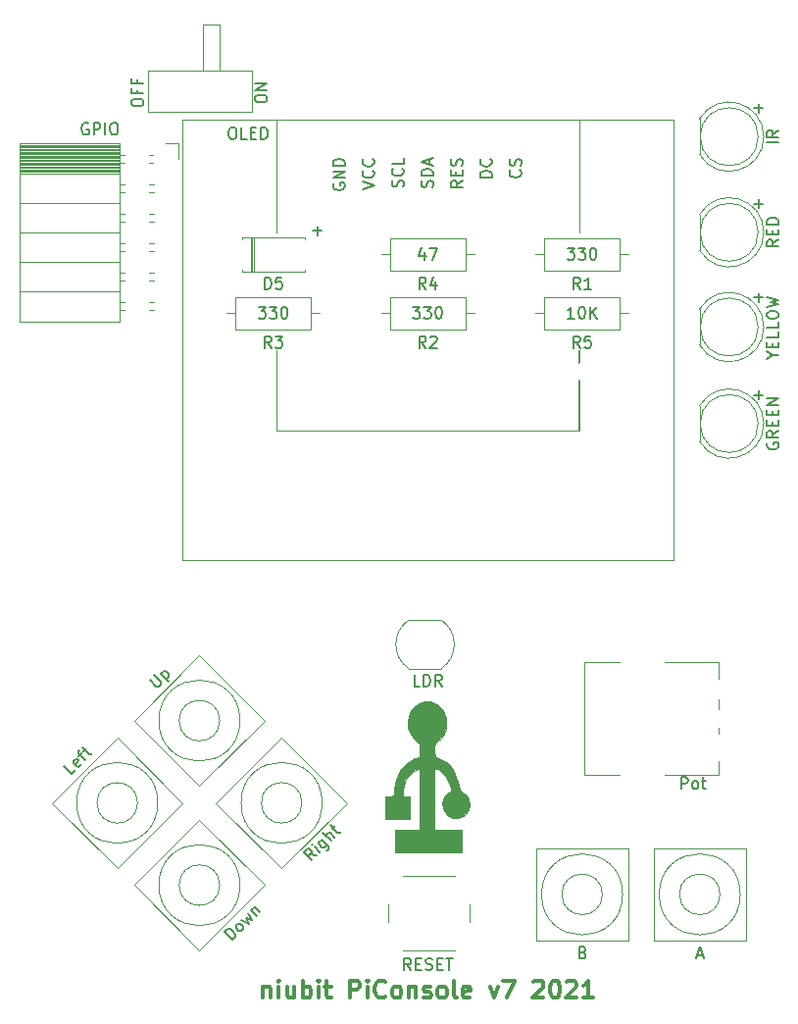
<source format=gto>
G04 #@! TF.GenerationSoftware,KiCad,Pcbnew,6.0.0-d3dd2cf0fa~116~ubuntu20.04.1*
G04 #@! TF.CreationDate,2022-01-19T10:19:56+01:00*
G04 #@! TF.ProjectId,piconsole,7069636f-6e73-46f6-9c65-2e6b69636164,rev?*
G04 #@! TF.SameCoordinates,Original*
G04 #@! TF.FileFunction,Legend,Top*
G04 #@! TF.FilePolarity,Positive*
%FSLAX46Y46*%
G04 Gerber Fmt 4.6, Leading zero omitted, Abs format (unit mm)*
G04 Created by KiCad (PCBNEW 6.0.0-d3dd2cf0fa~116~ubuntu20.04.1) date 2022-01-19 10:19:56*
%MOMM*%
%LPD*%
G01*
G04 APERTURE LIST*
%ADD10C,0.120000*%
%ADD11C,0.150000*%
%ADD12C,0.300000*%
%ADD13C,0.010000*%
%ADD14C,1.600000*%
%ADD15O,1.600000X1.600000*%
%ADD16C,2.100000*%
%ADD17R,1.700000X1.700000*%
%ADD18C,1.700000*%
%ADD19R,1.800000X1.800000*%
%ADD20C,1.800000*%
%ADD21R,1.600000X1.600000*%
%ADD22C,1.524000*%
%ADD23O,3.740000X2.720000*%
%ADD24C,2.000000*%
%ADD25R,2.200000X2.200000*%
%ADD26O,2.200000X2.200000*%
%ADD27O,1.700000X1.700000*%
%ADD28R,1.624000X1.624000*%
%ADD29C,1.624000*%
%ADD30C,3.100000*%
G04 APERTURE END LIST*
D10*
X117729000Y-88900000D02*
X143891000Y-88900000D01*
D11*
X143891000Y-81915000D02*
X143891000Y-88900000D01*
D10*
X143891000Y-71755000D02*
X143891000Y-62103000D01*
X117729000Y-62103000D02*
X117729000Y-71755000D01*
X117729000Y-88900000D02*
X117729000Y-81915000D01*
D11*
X159004047Y-61031428D02*
X159765952Y-61031428D01*
X159385000Y-61412380D02*
X159385000Y-60650476D01*
X159004047Y-69286428D02*
X159765952Y-69286428D01*
X159385000Y-69667380D02*
X159385000Y-68905476D01*
X159004047Y-77366428D02*
X159765952Y-77366428D01*
X159385000Y-77747380D02*
X159385000Y-76985476D01*
X159004047Y-85796428D02*
X159765952Y-85796428D01*
X159385000Y-86177380D02*
X159385000Y-85415476D01*
D12*
X116595714Y-136838571D02*
X116595714Y-137838571D01*
X116595714Y-136981428D02*
X116667142Y-136910000D01*
X116809999Y-136838571D01*
X117024285Y-136838571D01*
X117167142Y-136910000D01*
X117238571Y-137052857D01*
X117238571Y-137838571D01*
X117952857Y-137838571D02*
X117952857Y-136838571D01*
X117952857Y-136338571D02*
X117881428Y-136410000D01*
X117952857Y-136481428D01*
X118024285Y-136410000D01*
X117952857Y-136338571D01*
X117952857Y-136481428D01*
X119309999Y-136838571D02*
X119309999Y-137838571D01*
X118667142Y-136838571D02*
X118667142Y-137624285D01*
X118738571Y-137767142D01*
X118881428Y-137838571D01*
X119095714Y-137838571D01*
X119238571Y-137767142D01*
X119309999Y-137695714D01*
X120024285Y-137838571D02*
X120024285Y-136338571D01*
X120024285Y-136910000D02*
X120167142Y-136838571D01*
X120452857Y-136838571D01*
X120595714Y-136910000D01*
X120667142Y-136981428D01*
X120738571Y-137124285D01*
X120738571Y-137552857D01*
X120667142Y-137695714D01*
X120595714Y-137767142D01*
X120452857Y-137838571D01*
X120167142Y-137838571D01*
X120024285Y-137767142D01*
X121381428Y-137838571D02*
X121381428Y-136838571D01*
X121381428Y-136338571D02*
X121309999Y-136410000D01*
X121381428Y-136481428D01*
X121452857Y-136410000D01*
X121381428Y-136338571D01*
X121381428Y-136481428D01*
X121881428Y-136838571D02*
X122452857Y-136838571D01*
X122095714Y-136338571D02*
X122095714Y-137624285D01*
X122167142Y-137767142D01*
X122309999Y-137838571D01*
X122452857Y-137838571D01*
X124095714Y-137838571D02*
X124095714Y-136338571D01*
X124667142Y-136338571D01*
X124809999Y-136410000D01*
X124881428Y-136481428D01*
X124952857Y-136624285D01*
X124952857Y-136838571D01*
X124881428Y-136981428D01*
X124809999Y-137052857D01*
X124667142Y-137124285D01*
X124095714Y-137124285D01*
X125595714Y-137838571D02*
X125595714Y-136838571D01*
X125595714Y-136338571D02*
X125524285Y-136410000D01*
X125595714Y-136481428D01*
X125667142Y-136410000D01*
X125595714Y-136338571D01*
X125595714Y-136481428D01*
X127167142Y-137695714D02*
X127095714Y-137767142D01*
X126881428Y-137838571D01*
X126738571Y-137838571D01*
X126524285Y-137767142D01*
X126381428Y-137624285D01*
X126309999Y-137481428D01*
X126238571Y-137195714D01*
X126238571Y-136981428D01*
X126309999Y-136695714D01*
X126381428Y-136552857D01*
X126524285Y-136410000D01*
X126738571Y-136338571D01*
X126881428Y-136338571D01*
X127095714Y-136410000D01*
X127167142Y-136481428D01*
X128024285Y-137838571D02*
X127881428Y-137767142D01*
X127809999Y-137695714D01*
X127738571Y-137552857D01*
X127738571Y-137124285D01*
X127809999Y-136981428D01*
X127881428Y-136910000D01*
X128024285Y-136838571D01*
X128238571Y-136838571D01*
X128381428Y-136910000D01*
X128452857Y-136981428D01*
X128524285Y-137124285D01*
X128524285Y-137552857D01*
X128452857Y-137695714D01*
X128381428Y-137767142D01*
X128238571Y-137838571D01*
X128024285Y-137838571D01*
X129167142Y-136838571D02*
X129167142Y-137838571D01*
X129167142Y-136981428D02*
X129238571Y-136910000D01*
X129381428Y-136838571D01*
X129595714Y-136838571D01*
X129738571Y-136910000D01*
X129809999Y-137052857D01*
X129809999Y-137838571D01*
X130452857Y-137767142D02*
X130595714Y-137838571D01*
X130881428Y-137838571D01*
X131024285Y-137767142D01*
X131095714Y-137624285D01*
X131095714Y-137552857D01*
X131024285Y-137410000D01*
X130881428Y-137338571D01*
X130667142Y-137338571D01*
X130524285Y-137267142D01*
X130452857Y-137124285D01*
X130452857Y-137052857D01*
X130524285Y-136910000D01*
X130667142Y-136838571D01*
X130881428Y-136838571D01*
X131024285Y-136910000D01*
X131952857Y-137838571D02*
X131809999Y-137767142D01*
X131738571Y-137695714D01*
X131667142Y-137552857D01*
X131667142Y-137124285D01*
X131738571Y-136981428D01*
X131809999Y-136910000D01*
X131952857Y-136838571D01*
X132167142Y-136838571D01*
X132309999Y-136910000D01*
X132381428Y-136981428D01*
X132452857Y-137124285D01*
X132452857Y-137552857D01*
X132381428Y-137695714D01*
X132309999Y-137767142D01*
X132167142Y-137838571D01*
X131952857Y-137838571D01*
X133309999Y-137838571D02*
X133167142Y-137767142D01*
X133095714Y-137624285D01*
X133095714Y-136338571D01*
X134452857Y-137767142D02*
X134310000Y-137838571D01*
X134024285Y-137838571D01*
X133881428Y-137767142D01*
X133809999Y-137624285D01*
X133809999Y-137052857D01*
X133881428Y-136910000D01*
X134024285Y-136838571D01*
X134310000Y-136838571D01*
X134452857Y-136910000D01*
X134524285Y-137052857D01*
X134524285Y-137195714D01*
X133809999Y-137338571D01*
X136167142Y-136838571D02*
X136524285Y-137838571D01*
X136881428Y-136838571D01*
X137310000Y-136338571D02*
X138310000Y-136338571D01*
X137667142Y-137838571D01*
X139952857Y-136481428D02*
X140024285Y-136410000D01*
X140167142Y-136338571D01*
X140524285Y-136338571D01*
X140667142Y-136410000D01*
X140738571Y-136481428D01*
X140810000Y-136624285D01*
X140810000Y-136767142D01*
X140738571Y-136981428D01*
X139881428Y-137838571D01*
X140810000Y-137838571D01*
X141738571Y-136338571D02*
X141881428Y-136338571D01*
X142024285Y-136410000D01*
X142095714Y-136481428D01*
X142167142Y-136624285D01*
X142238571Y-136910000D01*
X142238571Y-137267142D01*
X142167142Y-137552857D01*
X142095714Y-137695714D01*
X142024285Y-137767142D01*
X141881428Y-137838571D01*
X141738571Y-137838571D01*
X141595714Y-137767142D01*
X141524285Y-137695714D01*
X141452857Y-137552857D01*
X141381428Y-137267142D01*
X141381428Y-136910000D01*
X141452857Y-136624285D01*
X141524285Y-136481428D01*
X141595714Y-136410000D01*
X141738571Y-136338571D01*
X142810000Y-136481428D02*
X142881428Y-136410000D01*
X143024285Y-136338571D01*
X143381428Y-136338571D01*
X143524285Y-136410000D01*
X143595714Y-136481428D01*
X143667142Y-136624285D01*
X143667142Y-136767142D01*
X143595714Y-136981428D01*
X142738571Y-137838571D01*
X143667142Y-137838571D01*
X145095714Y-137838571D02*
X144238571Y-137838571D01*
X144667142Y-137838571D02*
X144667142Y-136338571D01*
X144524285Y-136552857D01*
X144381428Y-136695714D01*
X144238571Y-136767142D01*
D11*
X130643333Y-81732380D02*
X130310000Y-81256190D01*
X130071904Y-81732380D02*
X130071904Y-80732380D01*
X130452857Y-80732380D01*
X130548095Y-80780000D01*
X130595714Y-80827619D01*
X130643333Y-80922857D01*
X130643333Y-81065714D01*
X130595714Y-81160952D01*
X130548095Y-81208571D01*
X130452857Y-81256190D01*
X130071904Y-81256190D01*
X131024285Y-80827619D02*
X131071904Y-80780000D01*
X131167142Y-80732380D01*
X131405238Y-80732380D01*
X131500476Y-80780000D01*
X131548095Y-80827619D01*
X131595714Y-80922857D01*
X131595714Y-81018095D01*
X131548095Y-81160952D01*
X130976666Y-81732380D01*
X131595714Y-81732380D01*
X129524285Y-78192380D02*
X130143333Y-78192380D01*
X129810000Y-78573333D01*
X129952857Y-78573333D01*
X130048095Y-78620952D01*
X130095714Y-78668571D01*
X130143333Y-78763809D01*
X130143333Y-79001904D01*
X130095714Y-79097142D01*
X130048095Y-79144761D01*
X129952857Y-79192380D01*
X129667142Y-79192380D01*
X129571904Y-79144761D01*
X129524285Y-79097142D01*
X130476666Y-78192380D02*
X131095714Y-78192380D01*
X130762380Y-78573333D01*
X130905238Y-78573333D01*
X131000476Y-78620952D01*
X131048095Y-78668571D01*
X131095714Y-78763809D01*
X131095714Y-79001904D01*
X131048095Y-79097142D01*
X131000476Y-79144761D01*
X130905238Y-79192380D01*
X130619523Y-79192380D01*
X130524285Y-79144761D01*
X130476666Y-79097142D01*
X131714761Y-78192380D02*
X131810000Y-78192380D01*
X131905238Y-78240000D01*
X131952857Y-78287619D01*
X132000476Y-78382857D01*
X132048095Y-78573333D01*
X132048095Y-78811428D01*
X132000476Y-79001904D01*
X131952857Y-79097142D01*
X131905238Y-79144761D01*
X131810000Y-79192380D01*
X131714761Y-79192380D01*
X131619523Y-79144761D01*
X131571904Y-79097142D01*
X131524285Y-79001904D01*
X131476666Y-78811428D01*
X131476666Y-78573333D01*
X131524285Y-78382857D01*
X131571904Y-78287619D01*
X131619523Y-78240000D01*
X131714761Y-78192380D01*
X117308333Y-81732380D02*
X116975000Y-81256190D01*
X116736904Y-81732380D02*
X116736904Y-80732380D01*
X117117857Y-80732380D01*
X117213095Y-80780000D01*
X117260714Y-80827619D01*
X117308333Y-80922857D01*
X117308333Y-81065714D01*
X117260714Y-81160952D01*
X117213095Y-81208571D01*
X117117857Y-81256190D01*
X116736904Y-81256190D01*
X117641666Y-80732380D02*
X118260714Y-80732380D01*
X117927380Y-81113333D01*
X118070238Y-81113333D01*
X118165476Y-81160952D01*
X118213095Y-81208571D01*
X118260714Y-81303809D01*
X118260714Y-81541904D01*
X118213095Y-81637142D01*
X118165476Y-81684761D01*
X118070238Y-81732380D01*
X117784523Y-81732380D01*
X117689285Y-81684761D01*
X117641666Y-81637142D01*
X116189285Y-78192380D02*
X116808333Y-78192380D01*
X116475000Y-78573333D01*
X116617857Y-78573333D01*
X116713095Y-78620952D01*
X116760714Y-78668571D01*
X116808333Y-78763809D01*
X116808333Y-79001904D01*
X116760714Y-79097142D01*
X116713095Y-79144761D01*
X116617857Y-79192380D01*
X116332142Y-79192380D01*
X116236904Y-79144761D01*
X116189285Y-79097142D01*
X117141666Y-78192380D02*
X117760714Y-78192380D01*
X117427380Y-78573333D01*
X117570238Y-78573333D01*
X117665476Y-78620952D01*
X117713095Y-78668571D01*
X117760714Y-78763809D01*
X117760714Y-79001904D01*
X117713095Y-79097142D01*
X117665476Y-79144761D01*
X117570238Y-79192380D01*
X117284523Y-79192380D01*
X117189285Y-79144761D01*
X117141666Y-79097142D01*
X118379761Y-78192380D02*
X118475000Y-78192380D01*
X118570238Y-78240000D01*
X118617857Y-78287619D01*
X118665476Y-78382857D01*
X118713095Y-78573333D01*
X118713095Y-78811428D01*
X118665476Y-79001904D01*
X118617857Y-79097142D01*
X118570238Y-79144761D01*
X118475000Y-79192380D01*
X118379761Y-79192380D01*
X118284523Y-79144761D01*
X118236904Y-79097142D01*
X118189285Y-79001904D01*
X118141666Y-78811428D01*
X118141666Y-78573333D01*
X118189285Y-78382857D01*
X118236904Y-78287619D01*
X118284523Y-78240000D01*
X118379761Y-78192380D01*
X143978333Y-81732380D02*
X143645000Y-81256190D01*
X143406904Y-81732380D02*
X143406904Y-80732380D01*
X143787857Y-80732380D01*
X143883095Y-80780000D01*
X143930714Y-80827619D01*
X143978333Y-80922857D01*
X143978333Y-81065714D01*
X143930714Y-81160952D01*
X143883095Y-81208571D01*
X143787857Y-81256190D01*
X143406904Y-81256190D01*
X144883095Y-80732380D02*
X144406904Y-80732380D01*
X144359285Y-81208571D01*
X144406904Y-81160952D01*
X144502142Y-81113333D01*
X144740238Y-81113333D01*
X144835476Y-81160952D01*
X144883095Y-81208571D01*
X144930714Y-81303809D01*
X144930714Y-81541904D01*
X144883095Y-81637142D01*
X144835476Y-81684761D01*
X144740238Y-81732380D01*
X144502142Y-81732380D01*
X144406904Y-81684761D01*
X144359285Y-81637142D01*
X143454523Y-79192380D02*
X142883095Y-79192380D01*
X143168809Y-79192380D02*
X143168809Y-78192380D01*
X143073571Y-78335238D01*
X142978333Y-78430476D01*
X142883095Y-78478095D01*
X144073571Y-78192380D02*
X144168809Y-78192380D01*
X144264047Y-78240000D01*
X144311666Y-78287619D01*
X144359285Y-78382857D01*
X144406904Y-78573333D01*
X144406904Y-78811428D01*
X144359285Y-79001904D01*
X144311666Y-79097142D01*
X144264047Y-79144761D01*
X144168809Y-79192380D01*
X144073571Y-79192380D01*
X143978333Y-79144761D01*
X143930714Y-79097142D01*
X143883095Y-79001904D01*
X143835476Y-78811428D01*
X143835476Y-78573333D01*
X143883095Y-78382857D01*
X143930714Y-78287619D01*
X143978333Y-78240000D01*
X144073571Y-78192380D01*
X144835476Y-79192380D02*
X144835476Y-78192380D01*
X145406904Y-79192380D02*
X144978333Y-78620952D01*
X145406904Y-78192380D02*
X144835476Y-78763809D01*
X130119523Y-110942380D02*
X129643333Y-110942380D01*
X129643333Y-109942380D01*
X130452857Y-110942380D02*
X130452857Y-109942380D01*
X130690952Y-109942380D01*
X130833809Y-109990000D01*
X130929047Y-110085238D01*
X130976666Y-110180476D01*
X131024285Y-110370952D01*
X131024285Y-110513809D01*
X130976666Y-110704285D01*
X130929047Y-110799523D01*
X130833809Y-110894761D01*
X130690952Y-110942380D01*
X130452857Y-110942380D01*
X132024285Y-110942380D02*
X131690952Y-110466190D01*
X131452857Y-110942380D02*
X131452857Y-109942380D01*
X131833809Y-109942380D01*
X131929047Y-109990000D01*
X131976666Y-110037619D01*
X132024285Y-110132857D01*
X132024285Y-110275714D01*
X131976666Y-110370952D01*
X131929047Y-110418571D01*
X131833809Y-110466190D01*
X131452857Y-110466190D01*
X113863619Y-62698380D02*
X114054095Y-62698380D01*
X114149333Y-62746000D01*
X114244571Y-62841238D01*
X114292190Y-63031714D01*
X114292190Y-63365047D01*
X114244571Y-63555523D01*
X114149333Y-63650761D01*
X114054095Y-63698380D01*
X113863619Y-63698380D01*
X113768380Y-63650761D01*
X113673142Y-63555523D01*
X113625523Y-63365047D01*
X113625523Y-63031714D01*
X113673142Y-62841238D01*
X113768380Y-62746000D01*
X113863619Y-62698380D01*
X115196952Y-63698380D02*
X114720761Y-63698380D01*
X114720761Y-62698380D01*
X115530285Y-63174571D02*
X115863619Y-63174571D01*
X116006476Y-63698380D02*
X115530285Y-63698380D01*
X115530285Y-62698380D01*
X116006476Y-62698380D01*
X116435047Y-63698380D02*
X116435047Y-62698380D01*
X116673142Y-62698380D01*
X116816000Y-62746000D01*
X116911238Y-62841238D01*
X116958857Y-62936476D01*
X117006476Y-63126952D01*
X117006476Y-63269809D01*
X116958857Y-63460285D01*
X116911238Y-63555523D01*
X116816000Y-63650761D01*
X116673142Y-63698380D01*
X116435047Y-63698380D01*
X125182380Y-68010404D02*
X126182380Y-67677071D01*
X125182380Y-67343738D01*
X126087142Y-66438976D02*
X126134761Y-66486595D01*
X126182380Y-66629452D01*
X126182380Y-66724690D01*
X126134761Y-66867547D01*
X126039523Y-66962785D01*
X125944285Y-67010404D01*
X125753809Y-67058023D01*
X125610952Y-67058023D01*
X125420476Y-67010404D01*
X125325238Y-66962785D01*
X125230000Y-66867547D01*
X125182380Y-66724690D01*
X125182380Y-66629452D01*
X125230000Y-66486595D01*
X125277619Y-66438976D01*
X126087142Y-65438976D02*
X126134761Y-65486595D01*
X126182380Y-65629452D01*
X126182380Y-65724690D01*
X126134761Y-65867547D01*
X126039523Y-65962785D01*
X125944285Y-66010404D01*
X125753809Y-66058023D01*
X125610952Y-66058023D01*
X125420476Y-66010404D01*
X125325238Y-65962785D01*
X125230000Y-65867547D01*
X125182380Y-65724690D01*
X125182380Y-65629452D01*
X125230000Y-65486595D01*
X125277619Y-65438976D01*
X131214761Y-67867547D02*
X131262380Y-67724690D01*
X131262380Y-67486595D01*
X131214761Y-67391357D01*
X131167142Y-67343738D01*
X131071904Y-67296119D01*
X130976666Y-67296119D01*
X130881428Y-67343738D01*
X130833809Y-67391357D01*
X130786190Y-67486595D01*
X130738571Y-67677071D01*
X130690952Y-67772309D01*
X130643333Y-67819928D01*
X130548095Y-67867547D01*
X130452857Y-67867547D01*
X130357619Y-67819928D01*
X130310000Y-67772309D01*
X130262380Y-67677071D01*
X130262380Y-67438976D01*
X130310000Y-67296119D01*
X131262380Y-66867547D02*
X130262380Y-66867547D01*
X130262380Y-66629452D01*
X130310000Y-66486595D01*
X130405238Y-66391357D01*
X130500476Y-66343738D01*
X130690952Y-66296119D01*
X130833809Y-66296119D01*
X131024285Y-66343738D01*
X131119523Y-66391357D01*
X131214761Y-66486595D01*
X131262380Y-66629452D01*
X131262380Y-66867547D01*
X130976666Y-65915166D02*
X130976666Y-65438976D01*
X131262380Y-66010404D02*
X130262380Y-65677071D01*
X131262380Y-65343738D01*
X128674761Y-67819928D02*
X128722380Y-67677071D01*
X128722380Y-67438976D01*
X128674761Y-67343738D01*
X128627142Y-67296119D01*
X128531904Y-67248500D01*
X128436666Y-67248500D01*
X128341428Y-67296119D01*
X128293809Y-67343738D01*
X128246190Y-67438976D01*
X128198571Y-67629452D01*
X128150952Y-67724690D01*
X128103333Y-67772309D01*
X128008095Y-67819928D01*
X127912857Y-67819928D01*
X127817619Y-67772309D01*
X127770000Y-67724690D01*
X127722380Y-67629452D01*
X127722380Y-67391357D01*
X127770000Y-67248500D01*
X128627142Y-66248500D02*
X128674761Y-66296119D01*
X128722380Y-66438976D01*
X128722380Y-66534214D01*
X128674761Y-66677071D01*
X128579523Y-66772309D01*
X128484285Y-66819928D01*
X128293809Y-66867547D01*
X128150952Y-66867547D01*
X127960476Y-66819928D01*
X127865238Y-66772309D01*
X127770000Y-66677071D01*
X127722380Y-66534214D01*
X127722380Y-66438976D01*
X127770000Y-66296119D01*
X127817619Y-66248500D01*
X128722380Y-65343738D02*
X128722380Y-65819928D01*
X127722380Y-65819928D01*
X122690000Y-67534214D02*
X122642380Y-67629452D01*
X122642380Y-67772309D01*
X122690000Y-67915166D01*
X122785238Y-68010404D01*
X122880476Y-68058023D01*
X123070952Y-68105642D01*
X123213809Y-68105642D01*
X123404285Y-68058023D01*
X123499523Y-68010404D01*
X123594761Y-67915166D01*
X123642380Y-67772309D01*
X123642380Y-67677071D01*
X123594761Y-67534214D01*
X123547142Y-67486595D01*
X123213809Y-67486595D01*
X123213809Y-67677071D01*
X123642380Y-67058023D02*
X122642380Y-67058023D01*
X123642380Y-66486595D01*
X122642380Y-66486595D01*
X123642380Y-66010404D02*
X122642380Y-66010404D01*
X122642380Y-65772309D01*
X122690000Y-65629452D01*
X122785238Y-65534214D01*
X122880476Y-65486595D01*
X123070952Y-65438976D01*
X123213809Y-65438976D01*
X123404285Y-65486595D01*
X123499523Y-65534214D01*
X123594761Y-65629452D01*
X123642380Y-65772309D01*
X123642380Y-66010404D01*
X133802380Y-67296119D02*
X133326190Y-67629452D01*
X133802380Y-67867547D02*
X132802380Y-67867547D01*
X132802380Y-67486595D01*
X132850000Y-67391357D01*
X132897619Y-67343738D01*
X132992857Y-67296119D01*
X133135714Y-67296119D01*
X133230952Y-67343738D01*
X133278571Y-67391357D01*
X133326190Y-67486595D01*
X133326190Y-67867547D01*
X133278571Y-66867547D02*
X133278571Y-66534214D01*
X133802380Y-66391357D02*
X133802380Y-66867547D01*
X132802380Y-66867547D01*
X132802380Y-66391357D01*
X133754761Y-66010404D02*
X133802380Y-65867547D01*
X133802380Y-65629452D01*
X133754761Y-65534214D01*
X133707142Y-65486595D01*
X133611904Y-65438976D01*
X133516666Y-65438976D01*
X133421428Y-65486595D01*
X133373809Y-65534214D01*
X133326190Y-65629452D01*
X133278571Y-65819928D01*
X133230952Y-65915166D01*
X133183333Y-65962785D01*
X133088095Y-66010404D01*
X132992857Y-66010404D01*
X132897619Y-65962785D01*
X132850000Y-65915166D01*
X132802380Y-65819928D01*
X132802380Y-65581833D01*
X132850000Y-65438976D01*
X136342380Y-67010404D02*
X135342380Y-67010404D01*
X135342380Y-66772309D01*
X135390000Y-66629452D01*
X135485238Y-66534214D01*
X135580476Y-66486595D01*
X135770952Y-66438976D01*
X135913809Y-66438976D01*
X136104285Y-66486595D01*
X136199523Y-66534214D01*
X136294761Y-66629452D01*
X136342380Y-66772309D01*
X136342380Y-67010404D01*
X136247142Y-65438976D02*
X136294761Y-65486595D01*
X136342380Y-65629452D01*
X136342380Y-65724690D01*
X136294761Y-65867547D01*
X136199523Y-65962785D01*
X136104285Y-66010404D01*
X135913809Y-66058023D01*
X135770952Y-66058023D01*
X135580476Y-66010404D01*
X135485238Y-65962785D01*
X135390000Y-65867547D01*
X135342380Y-65724690D01*
X135342380Y-65629452D01*
X135390000Y-65486595D01*
X135437619Y-65438976D01*
X138787142Y-66391357D02*
X138834761Y-66438976D01*
X138882380Y-66581833D01*
X138882380Y-66677071D01*
X138834761Y-66819928D01*
X138739523Y-66915166D01*
X138644285Y-66962785D01*
X138453809Y-67010404D01*
X138310952Y-67010404D01*
X138120476Y-66962785D01*
X138025238Y-66915166D01*
X137930000Y-66819928D01*
X137882380Y-66677071D01*
X137882380Y-66581833D01*
X137930000Y-66438976D01*
X137977619Y-66391357D01*
X138834761Y-66010404D02*
X138882380Y-65867547D01*
X138882380Y-65629452D01*
X138834761Y-65534214D01*
X138787142Y-65486595D01*
X138691904Y-65438976D01*
X138596666Y-65438976D01*
X138501428Y-65486595D01*
X138453809Y-65534214D01*
X138406190Y-65629452D01*
X138358571Y-65819928D01*
X138310952Y-65915166D01*
X138263333Y-65962785D01*
X138168095Y-66010404D01*
X138072857Y-66010404D01*
X137977619Y-65962785D01*
X137930000Y-65915166D01*
X137882380Y-65819928D01*
X137882380Y-65581833D01*
X137930000Y-65438976D01*
X161107380Y-64000000D02*
X160107380Y-64000000D01*
X161107380Y-62952380D02*
X160631190Y-63285714D01*
X161107380Y-63523809D02*
X160107380Y-63523809D01*
X160107380Y-63142857D01*
X160155000Y-63047619D01*
X160202619Y-63000000D01*
X160297857Y-62952380D01*
X160440714Y-62952380D01*
X160535952Y-63000000D01*
X160583571Y-63047619D01*
X160631190Y-63142857D01*
X160631190Y-63523809D01*
X115911380Y-60309047D02*
X115911380Y-60118571D01*
X115959000Y-60023333D01*
X116054238Y-59928095D01*
X116244714Y-59880476D01*
X116578047Y-59880476D01*
X116768523Y-59928095D01*
X116863761Y-60023333D01*
X116911380Y-60118571D01*
X116911380Y-60309047D01*
X116863761Y-60404285D01*
X116768523Y-60499523D01*
X116578047Y-60547142D01*
X116244714Y-60547142D01*
X116054238Y-60499523D01*
X115959000Y-60404285D01*
X115911380Y-60309047D01*
X116911380Y-59451904D02*
X115911380Y-59451904D01*
X116911380Y-58880476D01*
X115911380Y-58880476D01*
X105243380Y-60642380D02*
X105243380Y-60451904D01*
X105291000Y-60356666D01*
X105386238Y-60261428D01*
X105576714Y-60213809D01*
X105910047Y-60213809D01*
X106100523Y-60261428D01*
X106195761Y-60356666D01*
X106243380Y-60451904D01*
X106243380Y-60642380D01*
X106195761Y-60737619D01*
X106100523Y-60832857D01*
X105910047Y-60880476D01*
X105576714Y-60880476D01*
X105386238Y-60832857D01*
X105291000Y-60737619D01*
X105243380Y-60642380D01*
X105719571Y-59451904D02*
X105719571Y-59785238D01*
X106243380Y-59785238D02*
X105243380Y-59785238D01*
X105243380Y-59309047D01*
X105719571Y-58594761D02*
X105719571Y-58928095D01*
X106243380Y-58928095D02*
X105243380Y-58928095D01*
X105243380Y-58451904D01*
X161107380Y-72397857D02*
X160631190Y-72731190D01*
X161107380Y-72969285D02*
X160107380Y-72969285D01*
X160107380Y-72588333D01*
X160155000Y-72493095D01*
X160202619Y-72445476D01*
X160297857Y-72397857D01*
X160440714Y-72397857D01*
X160535952Y-72445476D01*
X160583571Y-72493095D01*
X160631190Y-72588333D01*
X160631190Y-72969285D01*
X160583571Y-71969285D02*
X160583571Y-71635952D01*
X161107380Y-71493095D02*
X161107380Y-71969285D01*
X160107380Y-71969285D01*
X160107380Y-71493095D01*
X161107380Y-71064523D02*
X160107380Y-71064523D01*
X160107380Y-70826428D01*
X160155000Y-70683571D01*
X160250238Y-70588333D01*
X160345476Y-70540714D01*
X160535952Y-70493095D01*
X160678809Y-70493095D01*
X160869285Y-70540714D01*
X160964523Y-70588333D01*
X161059761Y-70683571D01*
X161107380Y-70826428D01*
X161107380Y-71064523D01*
X160155000Y-89931666D02*
X160107380Y-90026904D01*
X160107380Y-90169761D01*
X160155000Y-90312619D01*
X160250238Y-90407857D01*
X160345476Y-90455476D01*
X160535952Y-90503095D01*
X160678809Y-90503095D01*
X160869285Y-90455476D01*
X160964523Y-90407857D01*
X161059761Y-90312619D01*
X161107380Y-90169761D01*
X161107380Y-90074523D01*
X161059761Y-89931666D01*
X161012142Y-89884047D01*
X160678809Y-89884047D01*
X160678809Y-90074523D01*
X161107380Y-88884047D02*
X160631190Y-89217380D01*
X161107380Y-89455476D02*
X160107380Y-89455476D01*
X160107380Y-89074523D01*
X160155000Y-88979285D01*
X160202619Y-88931666D01*
X160297857Y-88884047D01*
X160440714Y-88884047D01*
X160535952Y-88931666D01*
X160583571Y-88979285D01*
X160631190Y-89074523D01*
X160631190Y-89455476D01*
X160583571Y-88455476D02*
X160583571Y-88122142D01*
X161107380Y-87979285D02*
X161107380Y-88455476D01*
X160107380Y-88455476D01*
X160107380Y-87979285D01*
X160583571Y-87550714D02*
X160583571Y-87217380D01*
X161107380Y-87074523D02*
X161107380Y-87550714D01*
X160107380Y-87550714D01*
X160107380Y-87074523D01*
X161107380Y-86645952D02*
X160107380Y-86645952D01*
X161107380Y-86074523D01*
X160107380Y-86074523D01*
X160631190Y-82367142D02*
X161107380Y-82367142D01*
X160107380Y-82700476D02*
X160631190Y-82367142D01*
X160107380Y-82033809D01*
X160583571Y-81700476D02*
X160583571Y-81367142D01*
X161107380Y-81224285D02*
X161107380Y-81700476D01*
X160107380Y-81700476D01*
X160107380Y-81224285D01*
X161107380Y-80319523D02*
X161107380Y-80795714D01*
X160107380Y-80795714D01*
X161107380Y-79510000D02*
X161107380Y-79986190D01*
X160107380Y-79986190D01*
X160107380Y-78986190D02*
X160107380Y-78795714D01*
X160155000Y-78700476D01*
X160250238Y-78605238D01*
X160440714Y-78557619D01*
X160774047Y-78557619D01*
X160964523Y-78605238D01*
X161059761Y-78700476D01*
X161107380Y-78795714D01*
X161107380Y-78986190D01*
X161059761Y-79081428D01*
X160964523Y-79176666D01*
X160774047Y-79224285D01*
X160440714Y-79224285D01*
X160250238Y-79176666D01*
X160155000Y-79081428D01*
X160107380Y-78986190D01*
X160107380Y-78224285D02*
X161107380Y-77986190D01*
X160393095Y-77795714D01*
X161107380Y-77605238D01*
X160107380Y-77367142D01*
X121194596Y-125571167D02*
X120622176Y-125470152D01*
X120790535Y-125975228D02*
X120083428Y-125268122D01*
X120352802Y-124998748D01*
X120453817Y-124965076D01*
X120521161Y-124965076D01*
X120622176Y-124998748D01*
X120723191Y-125099763D01*
X120756863Y-125200778D01*
X120756863Y-125268122D01*
X120723191Y-125369137D01*
X120453817Y-125638511D01*
X121497642Y-125268122D02*
X121026237Y-124796717D01*
X120790535Y-124561015D02*
X120790535Y-124628358D01*
X120857878Y-124628358D01*
X120857878Y-124561015D01*
X120790535Y-124561015D01*
X120857878Y-124628358D01*
X121666001Y-124156954D02*
X122238420Y-124729374D01*
X122272092Y-124830389D01*
X122272092Y-124897732D01*
X122238420Y-124998748D01*
X122137405Y-125099763D01*
X122036390Y-125133435D01*
X122103733Y-124594687D02*
X122070062Y-124695702D01*
X121935375Y-124830389D01*
X121834359Y-124864061D01*
X121767016Y-124864061D01*
X121666001Y-124830389D01*
X121463970Y-124628358D01*
X121430298Y-124527343D01*
X121430298Y-124460000D01*
X121463970Y-124358984D01*
X121598657Y-124224297D01*
X121699672Y-124190625D01*
X122474123Y-124291641D02*
X121767016Y-123584534D01*
X122777168Y-123988595D02*
X122406779Y-123618206D01*
X122305764Y-123584534D01*
X122204749Y-123618206D01*
X122103733Y-123719221D01*
X122070062Y-123820236D01*
X122070062Y-123887580D01*
X122541466Y-123281488D02*
X122810840Y-123012114D01*
X122406779Y-122944771D02*
X123012871Y-123550862D01*
X123113886Y-123584534D01*
X123214901Y-123550862D01*
X123282245Y-123483519D01*
X113932534Y-132833229D02*
X113225427Y-132126123D01*
X113393786Y-131957764D01*
X113528473Y-131890420D01*
X113663160Y-131890420D01*
X113764175Y-131924092D01*
X113932534Y-132025107D01*
X114033549Y-132126123D01*
X114134564Y-132294481D01*
X114168236Y-132395497D01*
X114168236Y-132530184D01*
X114100893Y-132664871D01*
X113932534Y-132833229D01*
X114740656Y-132025107D02*
X114639641Y-132058779D01*
X114572297Y-132058779D01*
X114471282Y-132025107D01*
X114269251Y-131823077D01*
X114235580Y-131722062D01*
X114235580Y-131654718D01*
X114269251Y-131553703D01*
X114370267Y-131452688D01*
X114471282Y-131419016D01*
X114538625Y-131419016D01*
X114639641Y-131452688D01*
X114841671Y-131654718D01*
X114875343Y-131755733D01*
X114875343Y-131823077D01*
X114841671Y-131924092D01*
X114740656Y-132025107D01*
X114740656Y-131082298D02*
X115346748Y-131419016D01*
X115144717Y-130947611D01*
X115616122Y-131149642D01*
X115279404Y-130543550D01*
X115548778Y-130274176D02*
X116020183Y-130745581D01*
X115616122Y-130341520D02*
X115616122Y-130274176D01*
X115649793Y-130173161D01*
X115750809Y-130072146D01*
X115851824Y-130038474D01*
X115952839Y-130072146D01*
X116323228Y-130442535D01*
X106786862Y-110370687D02*
X107359282Y-110943106D01*
X107460297Y-110976778D01*
X107527641Y-110976778D01*
X107628656Y-110943106D01*
X107763343Y-110808419D01*
X107797015Y-110707404D01*
X107797015Y-110640061D01*
X107763343Y-110539045D01*
X107190923Y-109966625D01*
X107763343Y-109865610D02*
X108470450Y-110572717D01*
X107797015Y-109899282D02*
X107830687Y-109798267D01*
X107965374Y-109663580D01*
X108066389Y-109629908D01*
X108133732Y-109629908D01*
X108234748Y-109663580D01*
X108436778Y-109865610D01*
X108470450Y-109966625D01*
X108470450Y-110033969D01*
X108436778Y-110134984D01*
X108302091Y-110269671D01*
X108201076Y-110303343D01*
X143978333Y-76652380D02*
X143645000Y-76176190D01*
X143406904Y-76652380D02*
X143406904Y-75652380D01*
X143787857Y-75652380D01*
X143883095Y-75700000D01*
X143930714Y-75747619D01*
X143978333Y-75842857D01*
X143978333Y-75985714D01*
X143930714Y-76080952D01*
X143883095Y-76128571D01*
X143787857Y-76176190D01*
X143406904Y-76176190D01*
X144930714Y-76652380D02*
X144359285Y-76652380D01*
X144645000Y-76652380D02*
X144645000Y-75652380D01*
X144549761Y-75795238D01*
X144454523Y-75890476D01*
X144359285Y-75938095D01*
X142859285Y-73112380D02*
X143478333Y-73112380D01*
X143145000Y-73493333D01*
X143287857Y-73493333D01*
X143383095Y-73540952D01*
X143430714Y-73588571D01*
X143478333Y-73683809D01*
X143478333Y-73921904D01*
X143430714Y-74017142D01*
X143383095Y-74064761D01*
X143287857Y-74112380D01*
X143002142Y-74112380D01*
X142906904Y-74064761D01*
X142859285Y-74017142D01*
X143811666Y-73112380D02*
X144430714Y-73112380D01*
X144097380Y-73493333D01*
X144240238Y-73493333D01*
X144335476Y-73540952D01*
X144383095Y-73588571D01*
X144430714Y-73683809D01*
X144430714Y-73921904D01*
X144383095Y-74017142D01*
X144335476Y-74064761D01*
X144240238Y-74112380D01*
X143954523Y-74112380D01*
X143859285Y-74064761D01*
X143811666Y-74017142D01*
X145049761Y-73112380D02*
X145145000Y-73112380D01*
X145240238Y-73160000D01*
X145287857Y-73207619D01*
X145335476Y-73302857D01*
X145383095Y-73493333D01*
X145383095Y-73731428D01*
X145335476Y-73921904D01*
X145287857Y-74017142D01*
X145240238Y-74064761D01*
X145145000Y-74112380D01*
X145049761Y-74112380D01*
X144954523Y-74064761D01*
X144906904Y-74017142D01*
X144859285Y-73921904D01*
X144811666Y-73731428D01*
X144811666Y-73493333D01*
X144859285Y-73302857D01*
X144906904Y-73207619D01*
X144954523Y-73160000D01*
X145049761Y-73112380D01*
X152701910Y-119800470D02*
X152701910Y-118800470D01*
X153082862Y-118800470D01*
X153178100Y-118848090D01*
X153225719Y-118895709D01*
X153273338Y-118990947D01*
X153273338Y-119133804D01*
X153225719Y-119229042D01*
X153178100Y-119276661D01*
X153082862Y-119324280D01*
X152701910Y-119324280D01*
X153844767Y-119800470D02*
X153749529Y-119752851D01*
X153701910Y-119705232D01*
X153654290Y-119609994D01*
X153654290Y-119324280D01*
X153701910Y-119229042D01*
X153749529Y-119181423D01*
X153844767Y-119133804D01*
X153987624Y-119133804D01*
X154082862Y-119181423D01*
X154130481Y-119229042D01*
X154178100Y-119324280D01*
X154178100Y-119609994D01*
X154130481Y-119705232D01*
X154082862Y-119752851D01*
X153987624Y-119800470D01*
X153844767Y-119800470D01*
X154463814Y-119133804D02*
X154844767Y-119133804D01*
X154606671Y-118800470D02*
X154606671Y-119657613D01*
X154654290Y-119752851D01*
X154749529Y-119800470D01*
X154844767Y-119800470D01*
X154066904Y-134151666D02*
X154543095Y-134151666D01*
X153971666Y-134437380D02*
X154305000Y-133437380D01*
X154638333Y-134437380D01*
X144216428Y-133913571D02*
X144359285Y-133961190D01*
X144406904Y-134008809D01*
X144454523Y-134104047D01*
X144454523Y-134246904D01*
X144406904Y-134342142D01*
X144359285Y-134389761D01*
X144264047Y-134437380D01*
X143883095Y-134437380D01*
X143883095Y-133437380D01*
X144216428Y-133437380D01*
X144311666Y-133485000D01*
X144359285Y-133532619D01*
X144406904Y-133627857D01*
X144406904Y-133723095D01*
X144359285Y-133818333D01*
X144311666Y-133865952D01*
X144216428Y-133913571D01*
X143883095Y-133913571D01*
X100415641Y-118156122D02*
X100078923Y-118492839D01*
X99371816Y-117785732D01*
X100887045Y-117617374D02*
X100853374Y-117718389D01*
X100718687Y-117853076D01*
X100617671Y-117886748D01*
X100516656Y-117853076D01*
X100247282Y-117583702D01*
X100213610Y-117482687D01*
X100247282Y-117381671D01*
X100381969Y-117246984D01*
X100482984Y-117213312D01*
X100584000Y-117246984D01*
X100651343Y-117314328D01*
X100381969Y-117718389D01*
X100685015Y-116943938D02*
X100954389Y-116674564D01*
X101257435Y-117314328D02*
X100651343Y-116708236D01*
X100617671Y-116607221D01*
X100651343Y-116506206D01*
X100718687Y-116438862D01*
X101089076Y-116539877D02*
X101358450Y-116270503D01*
X100954389Y-116203160D02*
X101560480Y-116809251D01*
X101661496Y-116842923D01*
X101762511Y-116809251D01*
X101829854Y-116741908D01*
X130643333Y-76652380D02*
X130310000Y-76176190D01*
X130071904Y-76652380D02*
X130071904Y-75652380D01*
X130452857Y-75652380D01*
X130548095Y-75700000D01*
X130595714Y-75747619D01*
X130643333Y-75842857D01*
X130643333Y-75985714D01*
X130595714Y-76080952D01*
X130548095Y-76128571D01*
X130452857Y-76176190D01*
X130071904Y-76176190D01*
X131500476Y-75985714D02*
X131500476Y-76652380D01*
X131262380Y-75604761D02*
X131024285Y-76319047D01*
X131643333Y-76319047D01*
X130524285Y-73445714D02*
X130524285Y-74112380D01*
X130286190Y-73064761D02*
X130048095Y-73779047D01*
X130667142Y-73779047D01*
X130952857Y-73112380D02*
X131619523Y-73112380D01*
X131190952Y-74112380D01*
X129357619Y-135422380D02*
X129024285Y-134946190D01*
X128786190Y-135422380D02*
X128786190Y-134422380D01*
X129167142Y-134422380D01*
X129262380Y-134470000D01*
X129310000Y-134517619D01*
X129357619Y-134612857D01*
X129357619Y-134755714D01*
X129310000Y-134850952D01*
X129262380Y-134898571D01*
X129167142Y-134946190D01*
X128786190Y-134946190D01*
X129786190Y-134898571D02*
X130119523Y-134898571D01*
X130262380Y-135422380D02*
X129786190Y-135422380D01*
X129786190Y-134422380D01*
X130262380Y-134422380D01*
X130643333Y-135374761D02*
X130786190Y-135422380D01*
X131024285Y-135422380D01*
X131119523Y-135374761D01*
X131167142Y-135327142D01*
X131214761Y-135231904D01*
X131214761Y-135136666D01*
X131167142Y-135041428D01*
X131119523Y-134993809D01*
X131024285Y-134946190D01*
X130833809Y-134898571D01*
X130738571Y-134850952D01*
X130690952Y-134803333D01*
X130643333Y-134708095D01*
X130643333Y-134612857D01*
X130690952Y-134517619D01*
X130738571Y-134470000D01*
X130833809Y-134422380D01*
X131071904Y-134422380D01*
X131214761Y-134470000D01*
X131643333Y-134898571D02*
X131976666Y-134898571D01*
X132119523Y-135422380D02*
X131643333Y-135422380D01*
X131643333Y-134422380D01*
X132119523Y-134422380D01*
X132405238Y-134422380D02*
X132976666Y-134422380D01*
X132690952Y-135422380D02*
X132690952Y-134422380D01*
X116736904Y-76652380D02*
X116736904Y-75652380D01*
X116975000Y-75652380D01*
X117117857Y-75700000D01*
X117213095Y-75795238D01*
X117260714Y-75890476D01*
X117308333Y-76080952D01*
X117308333Y-76223809D01*
X117260714Y-76414285D01*
X117213095Y-76509523D01*
X117117857Y-76604761D01*
X116975000Y-76652380D01*
X116736904Y-76652380D01*
X118213095Y-75652380D02*
X117736904Y-75652380D01*
X117689285Y-76128571D01*
X117736904Y-76080952D01*
X117832142Y-76033333D01*
X118070238Y-76033333D01*
X118165476Y-76080952D01*
X118213095Y-76128571D01*
X118260714Y-76223809D01*
X118260714Y-76461904D01*
X118213095Y-76557142D01*
X118165476Y-76604761D01*
X118070238Y-76652380D01*
X117832142Y-76652380D01*
X117736904Y-76604761D01*
X117689285Y-76557142D01*
X120904047Y-71631428D02*
X121665952Y-71631428D01*
X121285000Y-72012380D02*
X121285000Y-71250476D01*
X101489000Y-62365000D02*
X101393761Y-62317380D01*
X101250904Y-62317380D01*
X101108047Y-62365000D01*
X101012809Y-62460238D01*
X100965190Y-62555476D01*
X100917571Y-62745952D01*
X100917571Y-62888809D01*
X100965190Y-63079285D01*
X101012809Y-63174523D01*
X101108047Y-63269761D01*
X101250904Y-63317380D01*
X101346142Y-63317380D01*
X101489000Y-63269761D01*
X101536619Y-63222142D01*
X101536619Y-62888809D01*
X101346142Y-62888809D01*
X101965190Y-63317380D02*
X101965190Y-62317380D01*
X102346142Y-62317380D01*
X102441380Y-62365000D01*
X102489000Y-62412619D01*
X102536619Y-62507857D01*
X102536619Y-62650714D01*
X102489000Y-62745952D01*
X102441380Y-62793571D01*
X102346142Y-62841190D01*
X101965190Y-62841190D01*
X102965190Y-63317380D02*
X102965190Y-62317380D01*
X103631857Y-62317380D02*
X103822333Y-62317380D01*
X103917571Y-62365000D01*
X104012809Y-62460238D01*
X104060428Y-62650714D01*
X104060428Y-62984047D01*
X104012809Y-63174523D01*
X103917571Y-63269761D01*
X103822333Y-63317380D01*
X103631857Y-63317380D01*
X103536619Y-63269761D01*
X103441380Y-63174523D01*
X103393761Y-62984047D01*
X103393761Y-62650714D01*
X103441380Y-62460238D01*
X103536619Y-62365000D01*
X103631857Y-62317380D01*
D10*
X134080000Y-77370000D02*
X127540000Y-77370000D01*
X127540000Y-80110000D02*
X134080000Y-80110000D01*
X126770000Y-78740000D02*
X127540000Y-78740000D01*
X134850000Y-78740000D02*
X134080000Y-78740000D01*
X127540000Y-77370000D02*
X127540000Y-80110000D01*
X134080000Y-80110000D02*
X134080000Y-77370000D01*
X121515000Y-78740000D02*
X120745000Y-78740000D01*
X113435000Y-78740000D02*
X114205000Y-78740000D01*
X120745000Y-80110000D02*
X120745000Y-77370000D01*
X114205000Y-80110000D02*
X120745000Y-80110000D01*
X114205000Y-77370000D02*
X114205000Y-80110000D01*
X120745000Y-77370000D02*
X114205000Y-77370000D01*
X148185000Y-78740000D02*
X147415000Y-78740000D01*
X147415000Y-77370000D02*
X140875000Y-77370000D01*
X140875000Y-77370000D02*
X140875000Y-80110000D01*
X140875000Y-80110000D02*
X147415000Y-80110000D01*
X140105000Y-78740000D02*
X140875000Y-78740000D01*
X147415000Y-80110000D02*
X147415000Y-77370000D01*
X131980000Y-109415000D02*
X129180000Y-109415000D01*
X131980000Y-105215000D02*
X129180000Y-105215000D01*
X131966037Y-109424242D02*
G75*
G03*
X131980000Y-105215000I-1386037J2109242D01*
G01*
X129193963Y-105205758D02*
G75*
G03*
X129180000Y-109415000I1386037J-2109242D01*
G01*
D13*
X131010677Y-112270988D02*
X131450436Y-112424614D01*
X131450436Y-112424614D02*
X131851209Y-112714173D01*
X131851209Y-112714173D02*
X132187886Y-113137745D01*
X132187886Y-113137745D02*
X132265282Y-113276270D01*
X132265282Y-113276270D02*
X132392983Y-113678910D01*
X132392983Y-113678910D02*
X132422660Y-114153403D01*
X132422660Y-114153403D02*
X132358578Y-114636652D01*
X132358578Y-114636652D02*
X132205002Y-115065562D01*
X132205002Y-115065562D02*
X132136399Y-115182931D01*
X132136399Y-115182931D02*
X131943789Y-115427064D01*
X131943789Y-115427064D02*
X131733045Y-115626982D01*
X131733045Y-115626982D02*
X131651063Y-115683294D01*
X131651063Y-115683294D02*
X131522444Y-115766458D01*
X131522444Y-115766458D02*
X131448422Y-115863177D01*
X131448422Y-115863177D02*
X131413905Y-116018988D01*
X131413905Y-116018988D02*
X131403798Y-116279427D01*
X131403798Y-116279427D02*
X131403202Y-116431106D01*
X131403202Y-116431106D02*
X131405714Y-116745941D01*
X131405714Y-116745941D02*
X131423799Y-116931248D01*
X131423799Y-116931248D02*
X131472242Y-117026832D01*
X131472242Y-117026832D02*
X131565829Y-117072496D01*
X131565829Y-117072496D02*
X131648793Y-117092270D01*
X131648793Y-117092270D02*
X131905111Y-117194125D01*
X131905111Y-117194125D02*
X132218100Y-117381442D01*
X132218100Y-117381442D02*
X132530427Y-117614475D01*
X132530427Y-117614475D02*
X132784759Y-117853481D01*
X132784759Y-117853481D02*
X132838513Y-117917003D01*
X132838513Y-117917003D02*
X133069416Y-118281834D01*
X133069416Y-118281834D02*
X133278427Y-118736271D01*
X133278427Y-118736271D02*
X133432763Y-119200934D01*
X133432763Y-119200934D02*
X133491830Y-119498955D01*
X133491830Y-119498955D02*
X133539045Y-119771560D01*
X133539045Y-119771560D02*
X133622322Y-119938903D01*
X133622322Y-119938903D02*
X133777250Y-120065058D01*
X133777250Y-120065058D02*
X133821049Y-120091624D01*
X133821049Y-120091624D02*
X134171813Y-120383508D01*
X134171813Y-120383508D02*
X134373864Y-120747584D01*
X134373864Y-120747584D02*
X134421733Y-121165738D01*
X134421733Y-121165738D02*
X134309953Y-121619856D01*
X134309953Y-121619856D02*
X134293802Y-121657531D01*
X134293802Y-121657531D02*
X134058008Y-122006657D01*
X134058008Y-122006657D02*
X133732480Y-122240745D01*
X133732480Y-122240745D02*
X133354800Y-122349773D01*
X133354800Y-122349773D02*
X132962549Y-122323716D01*
X132962549Y-122323716D02*
X132593310Y-122152550D01*
X132593310Y-122152550D02*
X132552564Y-122121966D01*
X132552564Y-122121966D02*
X132290455Y-121826789D01*
X132290455Y-121826789D02*
X132135283Y-121464516D01*
X132135283Y-121464516D02*
X132085541Y-121074144D01*
X132085541Y-121074144D02*
X132139722Y-120694670D01*
X132139722Y-120694670D02*
X132296317Y-120365092D01*
X132296317Y-120365092D02*
X132553819Y-120124406D01*
X132553819Y-120124406D02*
X132631355Y-120083796D01*
X132631355Y-120083796D02*
X132786849Y-119963095D01*
X132786849Y-119963095D02*
X132809936Y-119852689D01*
X132809936Y-119852689D02*
X132698116Y-119430820D01*
X132698116Y-119430820D02*
X132605879Y-119132623D01*
X132605879Y-119132623D02*
X132513960Y-118916953D01*
X132513960Y-118916953D02*
X132403093Y-118742665D01*
X132403093Y-118742665D02*
X132254012Y-118568614D01*
X132254012Y-118568614D02*
X132164613Y-118474515D01*
X132164613Y-118474515D02*
X131911631Y-118241891D01*
X131911631Y-118241891D02*
X131696119Y-118099462D01*
X131696119Y-118099462D02*
X131587565Y-118067667D01*
X131587565Y-118067667D02*
X131402667Y-118067667D01*
X131402667Y-118067667D02*
X131402667Y-123317000D01*
X131402667Y-123317000D02*
X133773334Y-123317000D01*
X133773334Y-123317000D02*
X133773334Y-125264333D01*
X133773334Y-125264333D02*
X128016000Y-125264333D01*
X128016000Y-125264333D02*
X128016000Y-123317000D01*
X128016000Y-123317000D02*
X130132667Y-123317000D01*
X130132667Y-123317000D02*
X130132667Y-120692333D01*
X130132667Y-120692333D02*
X130132221Y-119956527D01*
X130132221Y-119956527D02*
X130130189Y-119372568D01*
X130130189Y-119372568D02*
X130125527Y-118922970D01*
X130125527Y-118922970D02*
X130117191Y-118590249D01*
X130117191Y-118590249D02*
X130104138Y-118356919D01*
X130104138Y-118356919D02*
X130085324Y-118205495D01*
X130085324Y-118205495D02*
X130059706Y-118118490D01*
X130059706Y-118118490D02*
X130026241Y-118078421D01*
X130026241Y-118078421D02*
X129983885Y-118067801D01*
X129983885Y-118067801D02*
X129976037Y-118067667D01*
X129976037Y-118067667D02*
X129756242Y-118133889D01*
X129756242Y-118133889D02*
X129494116Y-118307047D01*
X129494116Y-118307047D02*
X129234452Y-118548872D01*
X129234452Y-118548872D02*
X129022040Y-118821097D01*
X129022040Y-118821097D02*
X128955708Y-118939367D01*
X128955708Y-118939367D02*
X128852798Y-119200426D01*
X128852798Y-119200426D02*
X128759975Y-119518847D01*
X128759975Y-119518847D02*
X128687531Y-119845244D01*
X128687531Y-119845244D02*
X128645756Y-120130233D01*
X128645756Y-120130233D02*
X128644942Y-120324429D01*
X128644942Y-120324429D02*
X128658469Y-120365751D01*
X128658469Y-120365751D02*
X128765560Y-120414734D01*
X128765560Y-120414734D02*
X128967594Y-120438025D01*
X128967594Y-120438025D02*
X128994664Y-120438333D01*
X128994664Y-120438333D02*
X129286000Y-120438333D01*
X129286000Y-120438333D02*
X129286000Y-122385667D01*
X129286000Y-122385667D02*
X127169334Y-122385667D01*
X127169334Y-122385667D02*
X127169334Y-120448069D01*
X127169334Y-120448069D02*
X127529167Y-120422035D01*
X127529167Y-120422035D02*
X127889000Y-120396000D01*
X127889000Y-120396000D02*
X127946089Y-119878522D01*
X127946089Y-119878522D02*
X128028063Y-119326524D01*
X128028063Y-119326524D02*
X128149962Y-118874795D01*
X128149962Y-118874795D02*
X128332536Y-118455361D01*
X128332536Y-118455361D02*
X128440935Y-118257449D01*
X128440935Y-118257449D02*
X128765918Y-117829149D01*
X128765918Y-117829149D02*
X129194952Y-117455331D01*
X129194952Y-117455331D02*
X129668951Y-117184567D01*
X129668951Y-117184567D02*
X129811976Y-117130401D01*
X129811976Y-117130401D02*
X130132667Y-117024563D01*
X130132667Y-117024563D02*
X130132667Y-115943607D01*
X130132667Y-115943607D02*
X129680325Y-115501980D01*
X129680325Y-115501980D02*
X129415223Y-115221341D01*
X129415223Y-115221341D02*
X129250224Y-114979462D01*
X129250224Y-114979462D02*
X129147699Y-114716602D01*
X129147699Y-114716602D02*
X129120828Y-114613679D01*
X129120828Y-114613679D02*
X129055796Y-114029968D01*
X129055796Y-114029968D02*
X129153534Y-113487673D01*
X129153534Y-113487673D02*
X129363937Y-113054248D01*
X129363937Y-113054248D02*
X129708560Y-112644926D01*
X129708560Y-112644926D02*
X130114630Y-112379223D01*
X130114630Y-112379223D02*
X130557039Y-112255217D01*
X130557039Y-112255217D02*
X131010677Y-112270988D01*
X131010677Y-112270988D02*
X131010677Y-112270988D01*
G36*
X131010677Y-112270988D02*
G01*
X131450436Y-112424614D01*
X131851209Y-112714173D01*
X132187886Y-113137745D01*
X132265282Y-113276270D01*
X132392983Y-113678910D01*
X132422660Y-114153403D01*
X132358578Y-114636652D01*
X132205002Y-115065562D01*
X132136399Y-115182931D01*
X131943789Y-115427064D01*
X131733045Y-115626982D01*
X131651063Y-115683294D01*
X131522444Y-115766458D01*
X131448422Y-115863177D01*
X131413905Y-116018988D01*
X131403798Y-116279427D01*
X131403202Y-116431106D01*
X131405714Y-116745941D01*
X131423799Y-116931248D01*
X131472242Y-117026832D01*
X131565829Y-117072496D01*
X131648793Y-117092270D01*
X131905111Y-117194125D01*
X132218100Y-117381442D01*
X132530427Y-117614475D01*
X132784759Y-117853481D01*
X132838513Y-117917003D01*
X133069416Y-118281834D01*
X133278427Y-118736271D01*
X133432763Y-119200934D01*
X133491830Y-119498955D01*
X133539045Y-119771560D01*
X133622322Y-119938903D01*
X133777250Y-120065058D01*
X133821049Y-120091624D01*
X134171813Y-120383508D01*
X134373864Y-120747584D01*
X134421733Y-121165738D01*
X134309953Y-121619856D01*
X134293802Y-121657531D01*
X134058008Y-122006657D01*
X133732480Y-122240745D01*
X133354800Y-122349773D01*
X132962549Y-122323716D01*
X132593310Y-122152550D01*
X132552564Y-122121966D01*
X132290455Y-121826789D01*
X132135283Y-121464516D01*
X132085541Y-121074144D01*
X132139722Y-120694670D01*
X132296317Y-120365092D01*
X132553819Y-120124406D01*
X132631355Y-120083796D01*
X132786849Y-119963095D01*
X132809936Y-119852689D01*
X132698116Y-119430820D01*
X132605879Y-119132623D01*
X132513960Y-118916953D01*
X132403093Y-118742665D01*
X132254012Y-118568614D01*
X132164613Y-118474515D01*
X131911631Y-118241891D01*
X131696119Y-118099462D01*
X131587565Y-118067667D01*
X131402667Y-118067667D01*
X131402667Y-123317000D01*
X133773334Y-123317000D01*
X133773334Y-125264333D01*
X128016000Y-125264333D01*
X128016000Y-123317000D01*
X130132667Y-123317000D01*
X130132667Y-120692333D01*
X130132221Y-119956527D01*
X130130189Y-119372568D01*
X130125527Y-118922970D01*
X130117191Y-118590249D01*
X130104138Y-118356919D01*
X130085324Y-118205495D01*
X130059706Y-118118490D01*
X130026241Y-118078421D01*
X129983885Y-118067801D01*
X129976037Y-118067667D01*
X129756242Y-118133889D01*
X129494116Y-118307047D01*
X129234452Y-118548872D01*
X129022040Y-118821097D01*
X128955708Y-118939367D01*
X128852798Y-119200426D01*
X128759975Y-119518847D01*
X128687531Y-119845244D01*
X128645756Y-120130233D01*
X128644942Y-120324429D01*
X128658469Y-120365751D01*
X128765560Y-120414734D01*
X128967594Y-120438025D01*
X128994664Y-120438333D01*
X129286000Y-120438333D01*
X129286000Y-122385667D01*
X127169334Y-122385667D01*
X127169334Y-120448069D01*
X127529167Y-120422035D01*
X127889000Y-120396000D01*
X127946089Y-119878522D01*
X128028063Y-119326524D01*
X128149962Y-118874795D01*
X128332536Y-118455361D01*
X128440935Y-118257449D01*
X128765918Y-117829149D01*
X129194952Y-117455331D01*
X129668951Y-117184567D01*
X129811976Y-117130401D01*
X130132667Y-117024563D01*
X130132667Y-115943607D01*
X129680325Y-115501980D01*
X129415223Y-115221341D01*
X129250224Y-114979462D01*
X129147699Y-114716602D01*
X129120828Y-114613679D01*
X129055796Y-114029968D01*
X129153534Y-113487673D01*
X129363937Y-113054248D01*
X129708560Y-112644926D01*
X130114630Y-112379223D01*
X130557039Y-112255217D01*
X131010677Y-112270988D01*
G37*
X131010677Y-112270988D02*
X131450436Y-112424614D01*
X131851209Y-112714173D01*
X132187886Y-113137745D01*
X132265282Y-113276270D01*
X132392983Y-113678910D01*
X132422660Y-114153403D01*
X132358578Y-114636652D01*
X132205002Y-115065562D01*
X132136399Y-115182931D01*
X131943789Y-115427064D01*
X131733045Y-115626982D01*
X131651063Y-115683294D01*
X131522444Y-115766458D01*
X131448422Y-115863177D01*
X131413905Y-116018988D01*
X131403798Y-116279427D01*
X131403202Y-116431106D01*
X131405714Y-116745941D01*
X131423799Y-116931248D01*
X131472242Y-117026832D01*
X131565829Y-117072496D01*
X131648793Y-117092270D01*
X131905111Y-117194125D01*
X132218100Y-117381442D01*
X132530427Y-117614475D01*
X132784759Y-117853481D01*
X132838513Y-117917003D01*
X133069416Y-118281834D01*
X133278427Y-118736271D01*
X133432763Y-119200934D01*
X133491830Y-119498955D01*
X133539045Y-119771560D01*
X133622322Y-119938903D01*
X133777250Y-120065058D01*
X133821049Y-120091624D01*
X134171813Y-120383508D01*
X134373864Y-120747584D01*
X134421733Y-121165738D01*
X134309953Y-121619856D01*
X134293802Y-121657531D01*
X134058008Y-122006657D01*
X133732480Y-122240745D01*
X133354800Y-122349773D01*
X132962549Y-122323716D01*
X132593310Y-122152550D01*
X132552564Y-122121966D01*
X132290455Y-121826789D01*
X132135283Y-121464516D01*
X132085541Y-121074144D01*
X132139722Y-120694670D01*
X132296317Y-120365092D01*
X132553819Y-120124406D01*
X132631355Y-120083796D01*
X132786849Y-119963095D01*
X132809936Y-119852689D01*
X132698116Y-119430820D01*
X132605879Y-119132623D01*
X132513960Y-118916953D01*
X132403093Y-118742665D01*
X132254012Y-118568614D01*
X132164613Y-118474515D01*
X131911631Y-118241891D01*
X131696119Y-118099462D01*
X131587565Y-118067667D01*
X131402667Y-118067667D01*
X131402667Y-123317000D01*
X133773334Y-123317000D01*
X133773334Y-125264333D01*
X128016000Y-125264333D01*
X128016000Y-123317000D01*
X130132667Y-123317000D01*
X130132667Y-120692333D01*
X130132221Y-119956527D01*
X130130189Y-119372568D01*
X130125527Y-118922970D01*
X130117191Y-118590249D01*
X130104138Y-118356919D01*
X130085324Y-118205495D01*
X130059706Y-118118490D01*
X130026241Y-118078421D01*
X129983885Y-118067801D01*
X129976037Y-118067667D01*
X129756242Y-118133889D01*
X129494116Y-118307047D01*
X129234452Y-118548872D01*
X129022040Y-118821097D01*
X128955708Y-118939367D01*
X128852798Y-119200426D01*
X128759975Y-119518847D01*
X128687531Y-119845244D01*
X128645756Y-120130233D01*
X128644942Y-120324429D01*
X128658469Y-120365751D01*
X128765560Y-120414734D01*
X128967594Y-120438025D01*
X128994664Y-120438333D01*
X129286000Y-120438333D01*
X129286000Y-122385667D01*
X127169334Y-122385667D01*
X127169334Y-120448069D01*
X127529167Y-120422035D01*
X127889000Y-120396000D01*
X127946089Y-119878522D01*
X128028063Y-119326524D01*
X128149962Y-118874795D01*
X128332536Y-118455361D01*
X128440935Y-118257449D01*
X128765918Y-117829149D01*
X129194952Y-117455331D01*
X129668951Y-117184567D01*
X129811976Y-117130401D01*
X130132667Y-117024563D01*
X130132667Y-115943607D01*
X129680325Y-115501980D01*
X129415223Y-115221341D01*
X129250224Y-114979462D01*
X129147699Y-114716602D01*
X129120828Y-114613679D01*
X129055796Y-114029968D01*
X129153534Y-113487673D01*
X129363937Y-113054248D01*
X129708560Y-112644926D01*
X130114630Y-112379223D01*
X130557039Y-112255217D01*
X131010677Y-112270988D01*
D10*
X152010000Y-100026000D02*
X109610000Y-100026000D01*
X152010000Y-62026000D02*
X152010000Y-100026000D01*
X109610000Y-100026000D02*
X109610000Y-62026000D01*
X109610000Y-62026000D02*
X152010000Y-62026000D01*
X154285000Y-61955000D02*
X154285000Y-65045000D01*
X154285000Y-65044830D02*
G75*
G03*
X159835000Y-63499538I2560000J1544830D01*
G01*
X159835000Y-63500462D02*
G75*
G03*
X154285000Y-61955170I-2990000J462D01*
G01*
X159345000Y-63500000D02*
G75*
G03*
X159345000Y-63500000I-2500000J0D01*
G01*
X115625000Y-61325000D02*
X106625000Y-61325000D01*
X115625000Y-57825000D02*
X115625000Y-61325000D01*
X112875000Y-53825000D02*
X111375000Y-53825000D01*
X106625000Y-57825000D02*
X115625000Y-57825000D01*
X106625000Y-61325000D02*
X106625000Y-57825000D01*
X112875000Y-57825000D02*
X112875000Y-53825000D01*
X111375000Y-53825000D02*
X111375000Y-57825000D01*
X154285000Y-70210000D02*
X154285000Y-73300000D01*
X159835000Y-71755462D02*
G75*
G03*
X154285000Y-70210170I-2990000J462D01*
G01*
X154285000Y-73299830D02*
G75*
G03*
X159835000Y-71754538I2560000J1544830D01*
G01*
X159345000Y-71755000D02*
G75*
G03*
X159345000Y-71755000I-2500000J0D01*
G01*
X154285000Y-86720000D02*
X154285000Y-89810000D01*
X159835000Y-88265462D02*
G75*
G03*
X154285000Y-86720170I-2990000J462D01*
G01*
X154285000Y-89809830D02*
G75*
G03*
X159835000Y-88264538I2560000J1544830D01*
G01*
X159345000Y-88265000D02*
G75*
G03*
X159345000Y-88265000I-2500000J0D01*
G01*
X154285000Y-78385000D02*
X154285000Y-81475000D01*
X154285000Y-81474830D02*
G75*
G03*
X159835000Y-79929538I2560000J1544830D01*
G01*
X159835000Y-79930462D02*
G75*
G03*
X154285000Y-78385170I-2990000J462D01*
G01*
X159345000Y-79930000D02*
G75*
G03*
X159345000Y-79930000I-2500000J0D01*
G01*
X123851854Y-121005000D02*
X118195000Y-115348146D01*
X118195000Y-115348146D02*
X112538146Y-121005000D01*
X118195000Y-126661854D02*
X123851854Y-121005000D01*
X112538146Y-121005000D02*
X118195000Y-126661854D01*
X119945000Y-121005000D02*
G75*
G03*
X119945000Y-121005000I-1750000J0D01*
G01*
X121695000Y-121005000D02*
G75*
G03*
X121695000Y-121005000I-3500000J0D01*
G01*
X116751854Y-128105000D02*
X111095000Y-122448146D01*
X111095000Y-133761854D02*
X116751854Y-128105000D01*
X111095000Y-122448146D02*
X105438146Y-128105000D01*
X105438146Y-128105000D02*
X111095000Y-133761854D01*
X112845000Y-128105000D02*
G75*
G03*
X112845000Y-128105000I-1750000J0D01*
G01*
X114595000Y-128105000D02*
G75*
G03*
X114595000Y-128105000I-3500000J0D01*
G01*
X105438146Y-113905000D02*
X111095000Y-119561854D01*
X111095000Y-119561854D02*
X116751854Y-113905000D01*
X111095000Y-108248146D02*
X105438146Y-113905000D01*
X116751854Y-113905000D02*
X111095000Y-108248146D01*
X114595000Y-113905000D02*
G75*
G03*
X114595000Y-113905000I-3500000J0D01*
G01*
X112845000Y-113905000D02*
G75*
G03*
X112845000Y-113905000I-1750000J0D01*
G01*
X140105000Y-73660000D02*
X140875000Y-73660000D01*
X147415000Y-72290000D02*
X140875000Y-72290000D01*
X147415000Y-75030000D02*
X147415000Y-72290000D01*
X140875000Y-75030000D02*
X147415000Y-75030000D01*
X140875000Y-72290000D02*
X140875000Y-75030000D01*
X148185000Y-73660000D02*
X147415000Y-73660000D01*
X155965000Y-112045000D02*
X155965000Y-112875000D01*
X155965000Y-117395000D02*
X155965000Y-118575000D01*
X155965000Y-108835000D02*
X151245000Y-108835000D01*
X144375000Y-108835000D02*
X144375000Y-118575000D01*
X155965000Y-118585000D02*
X151245000Y-118585000D01*
X147435000Y-118575000D02*
X144375000Y-118575000D01*
X155965000Y-108835000D02*
X155965000Y-110325000D01*
X147435000Y-108835000D02*
X144375000Y-108835000D01*
X155965000Y-114495000D02*
X155965000Y-115025000D01*
X158305000Y-132905000D02*
X158305000Y-124905000D01*
X150305000Y-132905000D02*
X158305000Y-132905000D01*
X150305000Y-124905000D02*
X150305000Y-132905000D01*
X158305000Y-124905000D02*
X150305000Y-124905000D01*
X157805000Y-128905000D02*
G75*
G03*
X157805000Y-128905000I-3500000J0D01*
G01*
X156055000Y-128905000D02*
G75*
G03*
X156055000Y-128905000I-1750000J0D01*
G01*
X148145000Y-132905000D02*
X148145000Y-124905000D01*
X140145000Y-132905000D02*
X148145000Y-132905000D01*
X140145000Y-124905000D02*
X140145000Y-132905000D01*
X148145000Y-124905000D02*
X140145000Y-124905000D01*
X147645000Y-128905000D02*
G75*
G03*
X147645000Y-128905000I-3500000J0D01*
G01*
X145895000Y-128905000D02*
G75*
G03*
X145895000Y-128905000I-1750000J0D01*
G01*
X103995000Y-126661854D02*
X109651854Y-121005000D01*
X98338146Y-121005000D02*
X103995000Y-126661854D01*
X109651854Y-121005000D02*
X103995000Y-115348146D01*
X103995000Y-115348146D02*
X98338146Y-121005000D01*
X107495000Y-121005000D02*
G75*
G03*
X107495000Y-121005000I-3500000J0D01*
G01*
X105745000Y-121005000D02*
G75*
G03*
X105745000Y-121005000I-1750000J0D01*
G01*
X127540000Y-72290000D02*
X127540000Y-75030000D01*
X126770000Y-73660000D02*
X127540000Y-73660000D01*
X134080000Y-75030000D02*
X134080000Y-72290000D01*
X134850000Y-73660000D02*
X134080000Y-73660000D01*
X134080000Y-72290000D02*
X127540000Y-72290000D01*
X127540000Y-75030000D02*
X134080000Y-75030000D01*
X134385000Y-131270000D02*
X134385000Y-129770000D01*
X128635000Y-133770000D02*
X133135000Y-133770000D01*
X133135000Y-127270000D02*
X128635000Y-127270000D01*
X127385000Y-129770000D02*
X127385000Y-131270000D01*
X120195000Y-72190000D02*
X120195000Y-72320000D01*
X114755000Y-75000000D02*
X114755000Y-75130000D01*
X114755000Y-72190000D02*
X120195000Y-72190000D01*
X115535000Y-72190000D02*
X115535000Y-75130000D01*
X120195000Y-75130000D02*
X120195000Y-75000000D01*
X114755000Y-75130000D02*
X120195000Y-75130000D01*
X114755000Y-72320000D02*
X114755000Y-72190000D01*
X115655000Y-72190000D02*
X115655000Y-75130000D01*
X115775000Y-72190000D02*
X115775000Y-75130000D01*
X95574000Y-65021665D02*
X104204000Y-65021665D01*
X95574000Y-79435000D02*
X104204000Y-79435000D01*
X109314000Y-64075000D02*
X109314000Y-65405000D01*
X95574000Y-66556900D02*
X104204000Y-66556900D01*
X106714000Y-70125000D02*
X107154000Y-70125000D01*
X106714000Y-75925000D02*
X107154000Y-75925000D01*
X106714000Y-72665000D02*
X107154000Y-72665000D01*
X95574000Y-71755000D02*
X104204000Y-71755000D01*
X95574000Y-66438805D02*
X104204000Y-66438805D01*
X104204000Y-73385000D02*
X104614000Y-73385000D01*
X95574000Y-64785475D02*
X104204000Y-64785475D01*
X95574000Y-65257855D02*
X104204000Y-65257855D01*
X104204000Y-75205000D02*
X104614000Y-75205000D01*
X104204000Y-65045000D02*
X104614000Y-65045000D01*
X95574000Y-66320710D02*
X104204000Y-66320710D01*
X104204000Y-72665000D02*
X104614000Y-72665000D01*
X104204000Y-70125000D02*
X104614000Y-70125000D01*
X95574000Y-64075000D02*
X104204000Y-64075000D01*
X106714000Y-70845000D02*
X107154000Y-70845000D01*
X106714000Y-67585000D02*
X107154000Y-67585000D01*
X106714000Y-65765000D02*
X107094000Y-65765000D01*
X106714000Y-78465000D02*
X107154000Y-78465000D01*
X95574000Y-64313095D02*
X104204000Y-64313095D01*
X106714000Y-75205000D02*
X107154000Y-75205000D01*
X106714000Y-65045000D02*
X107094000Y-65045000D01*
X104204000Y-75925000D02*
X104614000Y-75925000D01*
X95574000Y-64549285D02*
X104204000Y-64549285D01*
X95574000Y-66675000D02*
X104204000Y-66675000D01*
X95574000Y-64431190D02*
X104204000Y-64431190D01*
X104204000Y-64075000D02*
X104204000Y-79435000D01*
X106714000Y-77745000D02*
X107154000Y-77745000D01*
X95574000Y-65375950D02*
X104204000Y-65375950D01*
X95574000Y-76835000D02*
X104204000Y-76835000D01*
X95574000Y-66084520D02*
X104204000Y-66084520D01*
X95574000Y-65139760D02*
X104204000Y-65139760D01*
X104204000Y-67585000D02*
X104614000Y-67585000D01*
X95574000Y-64075000D02*
X95574000Y-79435000D01*
X95574000Y-66202615D02*
X104204000Y-66202615D01*
X106714000Y-68305000D02*
X107154000Y-68305000D01*
X104204000Y-77745000D02*
X104614000Y-77745000D01*
X95574000Y-74295000D02*
X104204000Y-74295000D01*
X95574000Y-65966425D02*
X104204000Y-65966425D01*
X106714000Y-73385000D02*
X107154000Y-73385000D01*
X95574000Y-65612140D02*
X104204000Y-65612140D01*
X95574000Y-69215000D02*
X104204000Y-69215000D01*
X95574000Y-65494045D02*
X104204000Y-65494045D01*
X108204000Y-64075000D02*
X109314000Y-64075000D01*
X104204000Y-70845000D02*
X104614000Y-70845000D01*
X95574000Y-64903570D02*
X104204000Y-64903570D01*
X104204000Y-65765000D02*
X104614000Y-65765000D01*
X104204000Y-68305000D02*
X104614000Y-68305000D01*
X95574000Y-64195000D02*
X104204000Y-64195000D01*
X95574000Y-64667380D02*
X104204000Y-64667380D01*
X104204000Y-78465000D02*
X104614000Y-78465000D01*
X95574000Y-65848330D02*
X104204000Y-65848330D01*
X95574000Y-65730235D02*
X104204000Y-65730235D01*
%LPC*%
D14*
X125730000Y-78740000D03*
D15*
X135890000Y-78740000D03*
D14*
X112395000Y-78740000D03*
D15*
X122555000Y-78740000D03*
D14*
X139065000Y-78740000D03*
D15*
X149225000Y-78740000D03*
D14*
X132080000Y-107315000D03*
X129080000Y-107315000D03*
D16*
X149710000Y-64526000D03*
X111910000Y-97526000D03*
X141310000Y-86526000D03*
X149710000Y-97526000D03*
X141310000Y-65026000D03*
X120310000Y-86526000D03*
X111910000Y-64526000D03*
X120310000Y-65026000D03*
D17*
X123192500Y-64026000D03*
D18*
X125732500Y-64026000D03*
X128272500Y-64026000D03*
X130810000Y-64026000D03*
X133352500Y-64026000D03*
X135892500Y-64026000D03*
X138432500Y-64026000D03*
D19*
X155575000Y-63500000D03*
D20*
X158115000Y-63500000D03*
D21*
X108625000Y-60325000D03*
D14*
X111125000Y-60325000D03*
X113625000Y-60325000D03*
D19*
X155575000Y-71755000D03*
D20*
X158115000Y-71755000D03*
D19*
X155575000Y-88265000D03*
D20*
X158115000Y-88265000D03*
D19*
X155575000Y-79930000D03*
D20*
X158115000Y-79930000D03*
D22*
X119991051Y-119208949D03*
X116398949Y-122801051D03*
X112891051Y-126308949D03*
X109298949Y-129901051D03*
X112891051Y-112108949D03*
X109298949Y-115701051D03*
D14*
X139065000Y-73660000D03*
D15*
X149225000Y-73660000D03*
D23*
X149345000Y-108905000D03*
X149345000Y-118505000D03*
D19*
X156845000Y-116205000D03*
D20*
X156845000Y-113705000D03*
X156845000Y-111205000D03*
D22*
X151765000Y-128905000D03*
X156845000Y-128905000D03*
X141605000Y-128905000D03*
X146685000Y-128905000D03*
X105791051Y-119208949D03*
X102198949Y-122801051D03*
D14*
X125730000Y-73660000D03*
D15*
X135890000Y-73660000D03*
D24*
X134135000Y-128270000D03*
X127635000Y-128270000D03*
X127635000Y-132770000D03*
X134135000Y-132770000D03*
D25*
X113665000Y-73660000D03*
D26*
X121285000Y-73660000D03*
D17*
X108204000Y-65405000D03*
D27*
X105664000Y-65405000D03*
X108204000Y-67945000D03*
X105664000Y-67945000D03*
X108204000Y-70485000D03*
X105664000Y-70485000D03*
X108204000Y-73025000D03*
X105664000Y-73025000D03*
X108204000Y-75565000D03*
X105664000Y-75565000D03*
X108204000Y-78105000D03*
X105664000Y-78105000D03*
D28*
X98425000Y-83820000D03*
D29*
X100965000Y-83820000D03*
X103505000Y-83820000D03*
X106045000Y-83820000D03*
X108585000Y-83820000D03*
X111125000Y-83820000D03*
X113665000Y-83820000D03*
X116205000Y-83820000D03*
X118745000Y-83820000D03*
X121285000Y-83820000D03*
X123825000Y-83820000D03*
X126365000Y-83820000D03*
X128905000Y-83820000D03*
X131445000Y-83820000D03*
X133985000Y-83820000D03*
X136525000Y-83820000D03*
X139065000Y-83820000D03*
X141605000Y-83820000D03*
X144145000Y-83820000D03*
X146685000Y-83820000D03*
X146685000Y-101600000D03*
X144145000Y-101600000D03*
X141605000Y-101600000D03*
X139065000Y-101600000D03*
X136525000Y-101600000D03*
X133985000Y-101600000D03*
X131445000Y-101600000D03*
X128905000Y-101600000D03*
X126365000Y-101600000D03*
X123825000Y-101600000D03*
X121285000Y-101600000D03*
X118745000Y-101600000D03*
X116205000Y-101600000D03*
X113665000Y-101600000D03*
X111125000Y-101600000D03*
X108585000Y-101600000D03*
X106045000Y-101600000D03*
X103505000Y-101600000D03*
X100965000Y-101600000D03*
X98425000Y-101600000D03*
D21*
X153560000Y-95885000D03*
D14*
X160060000Y-95885000D03*
D30*
X130810000Y-69850000D03*
M02*

</source>
